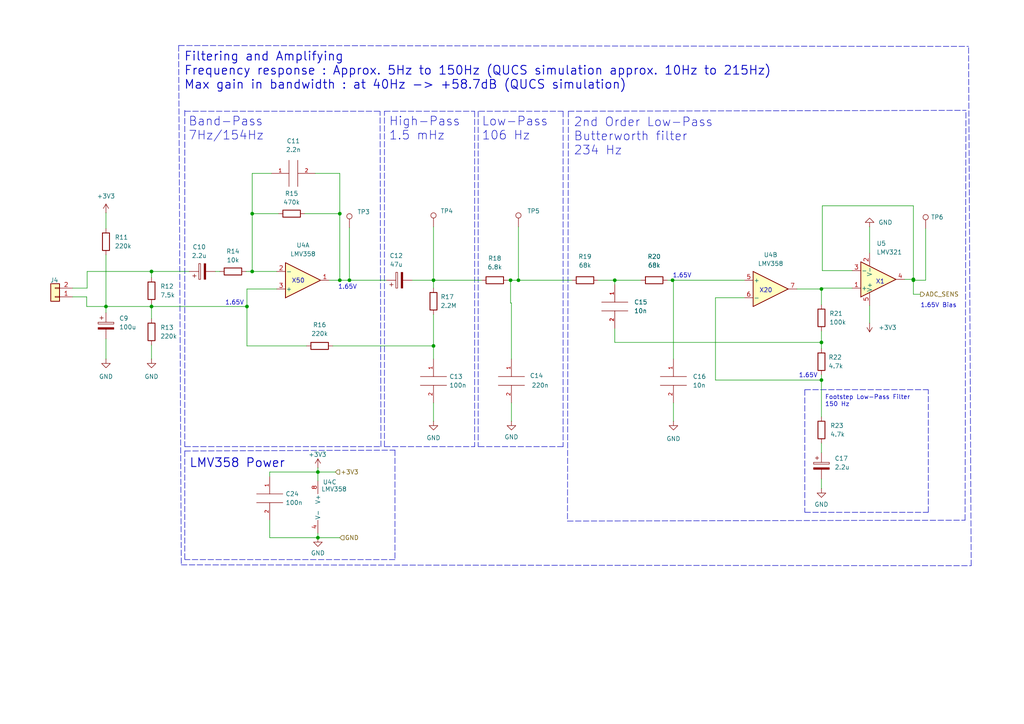
<source format=kicad_sch>
(kicad_sch (version 20231120) (generator "eeschema") (generator_version "8.0")
  (paper "A4")
  (title_block (title "Ampliflying and Filtering") (date "2025-02-24") (rev "v0.2") (company "CITI Lab") (comment 1 "Sastress Project") (comment 2 "Regis Rousseau"))
  (lib_symbols
    (symbol "Amplifier_Operational:LMV321" (pin_names (offset 0.127))
      (property "Reference" "U" (at 0 5.08 0))
      (property "Value" "LMV321" (at 0 -5.08 0))
      (symbol "LMV321_0_1"
        (polyline (pts (xy -5.08 5.08) (xy 5.08 0) (xy -5.08 -5.08) (xy -5.08 5.08)) (stroke (width 0.254)) (fill (type background)))
        (pin power_in line (at -2.54 -7.62 90) (length 3.81) (name "V-") (number "2"))
        (pin power_in line (at -2.54 7.62 270) (length 3.81) (name "V+") (number "5"))
      )
      (symbol "LMV321_1_1"
        (pin input line (at -7.62 2.54 0) (length 2.54) (name "+") (number "1"))
        (pin input line (at -7.62 -2.54 0) (length 2.54) (name "-") (number "3"))
        (pin output line (at 7.62 0 180) (length 2.54) (name "~") (number "4"))
      )
    )
    (symbol "Amplifier_Operational:LMV358" (pin_names (offset 0.127))
      (property "Reference" "U" (at 0 5.08 0))
      (property "Value" "LMV358" (at 0 -5.08 0))
      (symbol "LMV358_1_1"
        (polyline (pts (xy -5.08 5.08) (xy 5.08 0) (xy -5.08 -5.08) (xy -5.08 5.08)) (stroke (width 0.254)) (fill (type background)))
        (pin output line (at 7.62 0 180) (length 2.54) (name "~") (number "1"))
        (pin input line (at -7.62 -2.54 0) (length 2.54) (name "-") (number "2"))
        (pin input line (at -7.62 2.54 0) (length 2.54) (name "+") (number "3"))
      )
      (symbol "LMV358_2_1"
        (polyline (pts (xy -5.08 5.08) (xy 5.08 0) (xy -5.08 -5.08) (xy -5.08 5.08)) (stroke (width 0.254)) (fill (type background)))
        (pin input line (at -7.62 2.54 0) (length 2.54) (name "+") (number "5"))
        (pin input line (at -7.62 -2.54 0) (length 2.54) (name "-") (number "6"))
        (pin output line (at 7.62 0 180) (length 2.54) (name "~") (number "7"))
      )
      (symbol "LMV358_3_1"
        (pin power_in line (at -2.54 -7.62 90) (length 3.81) (name "V-") (number "4"))
        (pin power_in line (at -2.54 7.62 270) (length 3.81) (name "V+") (number "8"))
      )
    )
    (symbol "Connector:TestPoint" (pin_numbers hide) (pin_names (offset 0.762) hide)
      (property "Reference" "TP" (at 0 6.858 0))
      (property "Value" "TestPoint" (at 0 5.08 0))
      (symbol "TestPoint_0_1"
        (circle (center 0 3.302) (radius 0.762))
      )
      (symbol "TestPoint_1_1"
        (pin passive line (at 0 0 90) (length 2.54) (name "1") (number "1"))
      )
    )
    (symbol "Connector_Generic:Conn_01x02" (pin_names (offset 1.016) hide)
      (property "Reference" "J" (at 0 2.54 0))
      (property "Value" "Conn_01x02" (at 0 -5.08 0))
      (symbol "Conn_01x02_1_1"
        (rectangle (start -1.27 -2.413) (end 0 -2.667) (stroke (width 0.1524)))
        (rectangle (start -1.27 0.127) (end 0 -0.127) (stroke (width 0.1524)))
        (rectangle (start -1.27 1.27) (end 1.27 -3.81) (stroke (width 0.254)) (fill (type background)))
        (pin passive line (at -5.08 0 0) (length 3.81) (name "Pin_1") (number "1"))
        (pin passive line (at -5.08 -2.54 0) (length 3.81) (name "Pin_2") (number "2"))
      )
    )
    (symbol "Device:C_Polarized" (pin_numbers hide) (pin_names (offset 0.254))
      (property "Reference" "C" (at 0.635 2.54 0))
      (property "Value" "C_Polarized" (at 0.635 -2.54 0))
      (symbol "C_Polarized_0_1"
        (rectangle (start -2.286 0.508) (end 2.286 1.016))
        (polyline (pts (xy -1.778 2.286) (xy -0.762 2.286)))
        (polyline (pts (xy -1.27 2.794) (xy -1.27 1.778)))
        (rectangle (start 2.286 -0.508) (end -2.286 -1.016) (fill (type outline)))
      )
      (symbol "C_Polarized_1_1"
        (pin passive line (at 0 3.81 270) (length 2.794) (name "~") (number "1"))
        (pin passive line (at 0 -3.81 90) (length 2.794) (name "~") (number "2"))
      )
    )
    (symbol "Device:R" (pin_numbers hide) (pin_names (offset 0))
      (property "Reference" "R" (at 2.032 0 90))
      (property "Value" "R" (at 0 0 90))
      (symbol "R_0_1"
        (rectangle (start -1.016 -2.54) (end 1.016 2.54) (stroke (width 0.254)))
      )
      (symbol "R_1_1"
        (pin passive line (at 0 3.81 270) (length 1.27) (name "~") (number "1"))
        (pin passive line (at 0 -3.81 90) (length 1.27) (name "~") (number "2"))
      )
    )
    (symbol "power:+3V3" (power) (pin_numbers hide) (pin_names (offset 0) hide)
      (property "Value" "+3V3" (at 0 3.556 0))
      (symbol "+3V3_0_1"
        (polyline (pts (xy -0.762 1.27) (xy 0 2.54)))
        (polyline (pts (xy 0 0) (xy 0 2.54)))
        (polyline (pts (xy 0 2.54) (xy 0.762 1.27)))
      )
      (symbol "+3V3_1_1"
        (pin power_in line (at 0 0 90) (length 0) (name "~") (number "1"))
      )
    )
    (symbol "power:GND" (power) (pin_numbers hide) (pin_names (offset 0) hide)
      (property "Value" "GND" (at 0 -3.81 0))
      (symbol "GND_0_1"
        (polyline (pts (xy 0 0) (xy 0 -1.27) (xy 1.27 -1.27) (xy 0 -2.54) (xy -1.27 -1.27) (xy 0 -1.27)))
      )
      (symbol "GND_1_1"
        (pin power_in line (at 0 0 270) (length 0) (name "~") (number "1"))
      )
    )
    (symbol "pspice:CAP" (pin_names (offset 0.254))
      (property "Reference" "C" (at 2.54 3.81 90))
      (property "Value" "CAP" (at 2.54 -3.81 90))
      (symbol "CAP_0_1"
        (polyline (pts (xy -3.81 -1.27) (xy 3.81 -1.27)))
        (polyline (pts (xy -3.81 1.27) (xy 3.81 1.27)))
      )
      (symbol "CAP_1_1"
        (pin passive line (at 0 6.35 270) (length 5.08) (name "~") (number "1"))
        (pin passive line (at 0 -6.35 90) (length 5.08) (name "~") (number "2"))
      )
    )
  )
  (junction (at 98.552 81.28))
  (junction (at 125.73 100.33))
  (junction (at 238.252 83.82))
  (junction (at 98.552 61.976))
  (junction (at 195.072 81.28))
  (junction (at 71.628 88.9))
  (junction (at 92.202 155.956))
  (junction (at 73.152 78.74))
  (junction (at 264.922 81.026))
  (junction (at 150.368 81.28))
  (junction (at 43.942 88.9))
  (junction (at 43.942 78.74))
  (junction (at 264.922 81.28))
  (junction (at 73.152 61.976))
  (junction (at 30.734 88.9))
  (junction (at 101.346 81.28))
  (junction (at 238.252 110.236))
  (junction (at 178.308 81.28))
  (junction (at 148.082 81.28))
  (junction (at 238.252 99.314))
  (junction (at 125.73 81.28))
  (junction (at 92.202 136.906))
  (wire (pts (xy 195.072 81.28) (xy 215.9 81.28)))
  (wire (pts (xy 266.954 85.344) (xy 264.922 85.344)))
  (wire (pts (xy 25.273 78.74) (xy 43.942 78.74)))
  (polyline (pts (xy 233.426 113.03) (xy 269.24 113.03)) (stroke (width 0) (type dash)))
  (wire (pts (xy 98.552 50.292) (xy 98.552 61.976)))
  (wire (pts (xy 43.942 78.74) (xy 54.864 78.74)))
  (wire (pts (xy 30.734 98.298) (xy 30.734 104.14)))
  (wire (pts (xy 207.518 110.236) (xy 207.518 86.36)))
  (wire (pts (xy 195.072 81.026) (xy 195.072 81.28)))
  (wire (pts (xy 264.922 85.344) (xy 264.922 81.28)))
  (polyline (pts (xy 111.506 32.258) (xy 137.668 32.258)) (stroke (width 0) (type dash)))
  (wire (pts (xy 98.552 81.28) (xy 101.346 81.28)))
  (wire (pts (xy 30.734 73.914) (xy 30.734 88.9)))
  (wire (pts (xy 125.73 100.33) (xy 125.73 104.14)))
  (wire (pts (xy 25.146 88.9) (xy 30.734 88.9)))
  (wire (pts (xy 231.14 83.82) (xy 238.252 83.82)))
  (wire (pts (xy 268.478 66.294) (xy 268.478 81.28)))
  (wire (pts (xy 148.082 81.28) (xy 150.368 81.28)))
  (wire (pts (xy 73.152 78.74) (xy 80.264 78.74)))
  (wire (pts (xy 43.942 88.9) (xy 71.628 88.9)))
  (wire (pts (xy 238.252 108.712) (xy 238.252 110.236)))
  (polyline (pts (xy 53.594 130.81) (xy 114.554 130.556)) (stroke (width 0) (type dash)))
  (wire (pts (xy 30.734 90.678) (xy 30.734 88.9)))
  (wire (pts (xy 195.326 104.14) (xy 195.326 81.026)))
  (wire (pts (xy 178.308 99.314) (xy 238.252 99.314)))
  (wire (pts (xy 43.942 88.138) (xy 43.942 88.9)))
  (wire (pts (xy 178.308 81.28) (xy 185.928 81.28)))
  (wire (pts (xy 91.44 50.292) (xy 98.552 50.292)))
  (polyline (pts (xy 114.554 130.556) (xy 114.554 162.306)) (stroke (width 0) (type dash)))
  (wire (pts (xy 25.146 86.106) (xy 25.146 88.9)))
  (wire (pts (xy 148.336 116.84) (xy 148.336 122.174)))
  (polyline (pts (xy 53.594 32.258) (xy 110.236 32.258)) (stroke (width 0) (type dash)))
  (wire (pts (xy 101.346 81.28) (xy 112.014 81.28)))
  (wire (pts (xy 78.232 155.956) (xy 92.202 155.956)))
  (wire (pts (xy 238.252 138.938) (xy 238.252 141.732)))
  (polyline (pts (xy 233.426 148.59) (xy 269.24 148.59)) (stroke (width 0) (type dash)))
  (wire (pts (xy 195.326 116.84) (xy 195.326 122.174)))
  (wire (pts (xy 78.232 136.906) (xy 92.202 136.906)))
  (wire (pts (xy 238.252 99.314) (xy 238.252 101.092)))
  (wire (pts (xy 238.252 83.566) (xy 247.142 83.566)))
  (wire (pts (xy 71.628 88.9) (xy 71.628 100.33)))
  (wire (pts (xy 92.202 154.686) (xy 92.202 155.956)))
  (wire (pts (xy 264.922 59.69) (xy 264.922 81.026)))
  (wire (pts (xy 78.74 50.292) (xy 73.152 50.292)))
  (wire (pts (xy 150.368 65.786) (xy 150.368 81.28)))
  (wire (pts (xy 148.336 87.884) (xy 148.336 104.14)))
  (wire (pts (xy 238.252 110.236) (xy 238.252 120.904)))
  (wire (pts (xy 238.506 78.486) (xy 238.506 59.69)))
  (polyline (pts (xy 114.554 162.306) (xy 53.594 162.306)) (stroke (width 0) (type dash)))
  (wire (pts (xy 71.628 83.82) (xy 71.628 88.9)))
  (wire (pts (xy 147.32 81.28) (xy 148.082 81.28)))
  (polyline (pts (xy 138.938 32.258) (xy 163.322 32.258)) (stroke (width 0) (type dash)))
  (polyline (pts (xy 111.506 129.54) (xy 137.668 129.54)) (stroke (width 0) (type dash)))
  (wire (pts (xy 264.922 81.026) (xy 264.922 81.28)))
  (wire (pts (xy 95.504 81.28) (xy 98.552 81.28)))
  (wire (pts (xy 62.484 78.74) (xy 63.754 78.74)))
  (wire (pts (xy 101.346 66.04) (xy 101.346 81.28)))
  (polyline (pts (xy 281.686 164.084) (xy 280.924 13.462)) (stroke (width 0) (type dash)))
  (polyline (pts (xy 233.426 113.03) (xy 233.426 148.59)) (stroke (width 0) (type dash)))
  (wire (pts (xy 73.152 61.976) (xy 80.772 61.976)))
  (wire (pts (xy 178.308 81.28) (xy 173.482 81.28)))
  (wire (pts (xy 148.336 87.884) (xy 148.082 87.884)))
  (wire (pts (xy 247.142 78.486) (xy 238.506 78.486)))
  (polyline (pts (xy 163.322 32.258) (xy 163.322 129.54)) (stroke (width 0) (type dash)))
  (wire (pts (xy 30.734 61.722) (xy 30.734 66.294)))
  (wire (pts (xy 252.222 88.646) (xy 252.222 93.726)))
  (wire (pts (xy 92.202 136.906) (xy 92.202 139.446)))
  (wire (pts (xy 43.942 100.076) (xy 43.942 104.14)))
  (wire (pts (xy 125.73 81.28) (xy 139.7 81.28)))
  (polyline (pts (xy 164.846 32.258) (xy 164.592 151.13)) (stroke (width 0) (type dash)))
  (wire (pts (xy 30.734 88.9) (xy 43.942 88.9)))
  (polyline (pts (xy 163.322 129.54) (xy 138.684 129.54)) (stroke (width 0) (type dash)))
  (polyline (pts (xy 137.668 32.258) (xy 137.668 129.54)) (stroke (width 0) (type dash)))
  (polyline (pts (xy 53.594 129.54) (xy 110.49 129.54)) (stroke (width 0) (type dash)))
  (polyline (pts (xy 51.816 13.208) (xy 280.924 13.462)) (stroke (width 0) (type dash)))
  (polyline (pts (xy 53.594 32.004) (xy 53.594 129.54)) (stroke (width 0) (type dash)))
  (wire (pts (xy 21.082 83.566) (xy 25.273 83.566)))
  (wire (pts (xy 25.273 83.566) (xy 25.273 78.74)))
  (wire (pts (xy 96.52 100.33) (xy 125.73 100.33)))
  (wire (pts (xy 92.202 155.956) (xy 98.552 155.956)))
  (wire (pts (xy 125.73 91.186) (xy 125.73 100.33)))
  (polyline (pts (xy 164.846 32.258) (xy 280.162 32.004)) (stroke (width 0) (type dash)))
  (wire (pts (xy 71.628 83.82) (xy 80.264 83.82)))
  (wire (pts (xy 238.506 59.69) (xy 264.922 59.69)))
  (wire (pts (xy 125.73 116.84) (xy 125.73 122.174)))
  (polyline (pts (xy 52.578 163.83) (xy 281.686 164.084)) (stroke (width 0) (type dash)))
  (wire (pts (xy 238.252 83.566) (xy 238.252 83.82)))
  (wire (pts (xy 207.518 86.36) (xy 215.9 86.36)))
  (polyline (pts (xy 269.24 148.59) (xy 269.24 113.03)) (stroke (width 0) (type dash)))
  (polyline (pts (xy 279.908 150.876) (xy 280.162 32.004)) (stroke (width 0) (type dash)))
  (wire (pts (xy 252.222 65.786) (xy 252.222 73.406)))
  (wire (pts (xy 92.202 136.906) (xy 97.282 136.906)))
  (wire (pts (xy 43.942 88.9) (xy 43.942 92.456)))
  (polyline (pts (xy 111.506 129.54) (xy 111.506 32.258)) (stroke (width 0) (type dash)))
  (wire (pts (xy 88.392 61.976) (xy 98.552 61.976)))
  (wire (pts (xy 238.252 96.012) (xy 238.252 99.314)))
  (polyline (pts (xy 110.49 129.54) (xy 110.236 32.258)) (stroke (width 0) (type dash)))
  (wire (pts (xy 238.252 128.524) (xy 238.252 131.318)))
  (wire (pts (xy 178.308 82.55) (xy 178.308 81.28)))
  (polyline (pts (xy 53.594 130.81) (xy 53.594 162.306)) (stroke (width 0) (type dash)))
  (polyline (pts (xy 138.684 32.258) (xy 138.684 129.54)) (stroke (width 0) (type dash)))
  (wire (pts (xy 78.232 136.906) (xy 78.232 138.176)))
  (wire (pts (xy 71.374 78.74) (xy 73.152 78.74)))
  (wire (pts (xy 125.73 65.786) (xy 125.73 81.28)))
  (wire (pts (xy 98.552 61.976) (xy 98.552 81.28)))
  (wire (pts (xy 92.202 135.636) (xy 92.202 136.906)))
  (wire (pts (xy 21.082 86.106) (xy 25.146 86.106)))
  (wire (pts (xy 264.922 81.28) (xy 268.478 81.28)))
  (wire (pts (xy 148.082 87.884) (xy 148.082 81.28)))
  (wire (pts (xy 238.252 88.392) (xy 238.252 83.82)))
  (wire (pts (xy 195.326 81.026) (xy 195.072 81.026)))
  (wire (pts (xy 119.634 81.28) (xy 125.73 81.28)))
  (wire (pts (xy 73.152 61.976) (xy 73.152 78.74)))
  (wire (pts (xy 262.382 81.026) (xy 264.922 81.026)))
  (wire (pts (xy 207.518 110.236) (xy 238.252 110.236)))
  (polyline (pts (xy 51.816 13.208) (xy 52.578 163.83)) (stroke (width 0) (type dash)))
  (wire (pts (xy 78.232 150.876) (xy 78.232 155.956)))
  (polyline (pts (xy 164.592 151.13) (xy 279.908 150.876)) (stroke (width 0) (type dash)))
  (wire (pts (xy 178.308 95.25) (xy 178.308 99.314)))
  (wire (pts (xy 125.73 81.28) (xy 125.73 83.566)))
  (wire (pts (xy 71.628 100.33) (xy 88.9 100.33)))
  (wire (pts (xy 193.548 81.28) (xy 195.072 81.28)))
  (wire (pts (xy 150.368 81.28) (xy 165.862 81.28)))
  (wire (pts (xy 43.942 78.74) (xy 43.942 80.518)))
  (wire (pts (xy 73.152 50.292) (xy 73.152 61.976)))
  (text "High-Pass\n1.5 mHz" (at 112.776 40.894 0) (effects (font (size 2.54 2.54)) (justify left bottom)))
  (text "1.65V" (at 65.278 88.646 0) (effects (font (size 1.27 1.27)) (justify left bottom)))
  (text "LMV358 Power" (at 54.864 135.89 0) (effects (font (size 2.54 2.54) (thickness 0.254) (bold yes)) (justify left bottom)))
  (text "X20" (at 220.218 85.09 0) (effects (font (size 1.27 1.27)) (justify left bottom)))
  (text "1.65V" (at 195.072 80.772 0) (effects (font (size 1.27 1.27)) (justify left bottom)))
  (text "2nd Order Low-Pass\nButterworth filter\n234 Hz" (at 166.37 45.212 0) (effects (font (size 2.54 2.54)) (justify left bottom)))
  (text "1.65V Bias" (at 266.954 89.408 0) (effects (font (size 1.27 1.27)) (justify left bottom)))
  (text "Low-Pass\n106 Hz" (at 139.7 40.894 0) (effects (font (size 2.54 2.54)) (justify left bottom)))
  (text "Filtering and Amplifying\nFrequency response : Approx. 5Hz to 150Hz (QUCS simulation approx. 10Hz to 215Hz)\nMax gain in bandwidth : at 40Hz -> +58.7dB (QUCS simulation)" (at 53.34 26.162 0) (effects (font (size 2.54 2.54) (thickness 0.254) (bold yes)) (justify left bottom)))
  (text "Footstep Low-Pass Filter\n150 Hz" (at 239.268 118.11 0) (effects (font (size 1.27 1.27)) (justify left bottom)))
  (text "X50" (at 84.582 82.296 0) (effects (font (size 1.27 1.27)) (justify left bottom)))
  (text "X1" (at 254 82.55 0) (effects (font (size 1.27 1.27)) (justify left bottom)))
  (text "Band-Pass\n7Hz/154Hz" (at 54.61 40.894 0) (effects (font (size 2.54 2.54)) (justify left bottom)))
  (text "1.65V" (at 231.648 109.728 0) (effects (font (size 1.27 1.27)) (justify left bottom)))
  (text "1.65V" (at 98.044 84.074 0) (effects (font (size 1.27 1.27)) (justify left bottom)))
  (hierarchical_label "+3V3" (shape input) (at 97.282 136.906 0))
  (hierarchical_label "ADC_SENS" (shape output) (at 266.954 85.344 0))
  (hierarchical_label "GND" (shape input) (at 98.552 155.956 0))
  (symbol (lib_id "Device:R") (at 67.564 78.74 90) (unit 1)
    (property "Reference" "R14" (at 67.564 72.898 90))
    (property "Value" "10k" (at 67.564 75.438 90))
    (property "Footprint" "Resistor_SMD:R_0603_1608Metric" (effects (hide yes)))
    (property "MPN" "RC0603FR-0710KL" (effects (hide yes)))
    (property "Manufacturer" "Yageo" (effects (hide yes)))
  )
  (symbol (lib_id "power:GND") (at 195.326 122.174 0) (unit 1)
    (property "Reference" "#PWR044" (effects (hide yes)))
    (property "Value" "GND" (at 195.326 127.254 0))
    (property "Description" "Power symbol creates a global label with name \"GND\" , ground" (effects (hide yes)))
  )
  (symbol (lib_id "pspice:CAP") (at 78.232 144.526 0) (unit 1)
    (property "Reference" "C24" (at 82.804 143.2559 0) (effects (justify left)))
    (property "Value" "100n" (at 82.804 145.7959 0) (effects (justify left)))
    (property "Footprint" "Capacitor_SMD:C_0603_1608Metric" (effects (hide yes)))
    (property "MPN" "GCM188R71H104JA57D" (effects (hide yes)))
    (property "Manufacturer" "Murata Electronics" (effects (hide yes)))
  )
  (symbol (lib_id "power:GND") (at 30.734 104.14 0) (unit 1)
    (property "Reference" "#PWR038" (effects (hide yes)))
    (property "Value" "GND" (at 30.734 109.22 0))
    (property "Description" "Power symbol creates a global label with name \"GND\" , ground" (effects (hide yes)))
  )
  (symbol (lib_id "Device:C_Polarized") (at 58.674 78.74 90) (unit 1)
    (property "Reference" "C10" (at 57.785 71.628 90))
    (property "Value" "2.2u" (at 57.785 74.168 90))
    (property "Footprint" "Capacitor_SMD:C_0603_1608Metric" (effects (hide yes)))
    (property "MPN" "GRM188R61E225KA12D" (effects (hide yes)))
    (property "Manufacturer" "Murata Electronics" (effects (hide yes)))
  )
  (symbol (lib_id "Device:R") (at 238.252 92.202 0) (unit 1)
    (property "Reference" "R21" (at 240.538 90.9319 0) (effects (justify left)))
    (property "Value" "100k" (at 240.538 93.4719 0) (effects (justify left)))
    (property "Footprint" "Resistor_SMD:R_0603_1608Metric" (effects (hide yes)))
    (property "MPN" "RC0603FR-07100KL" (effects (hide yes)))
    (property "Manufacturer" "Yageo" (effects (hide yes)))
  )
  (symbol (lib_id "Device:R") (at 30.734 70.104 0) (unit 1)
    (property "Reference" "R11" (at 33.274 68.8339 0) (effects (justify left)))
    (property "Value" "220k" (at 33.274 71.3739 0) (effects (justify left)))
    (property "Footprint" "Resistor_SMD:R_0603_1608Metric" (effects (hide yes)))
    (property "MPN" "RC0603FR-07220KL" (effects (hide yes)))
    (property "Manufacturer" "Yageo" (effects (hide yes)))
  )
  (symbol (lib_id "pspice:CAP") (at 85.09 50.292 90) (unit 1)
    (property "Reference" "C11" (at 85.09 40.894 90))
    (property "Value" "2.2n" (at 85.09 43.434 90))
    (property "Footprint" "Capacitor_SMD:C_0603_1608Metric" (effects (hide yes)))
    (property "MPN" "GRM1885C1H222FA01D" (effects (hide yes)))
    (property "Manufacturer" "Murata Electronics" (effects (hide yes)))
  )
  (symbol (lib_id "Connector:TestPoint") (at 125.73 65.786 0) (unit 1)
    (property "Reference" "TP4" (at 127.762 61.2139 0) (effects (justify left)))
    (property "Value" "TestPoint" (effects (hide yes)))
    (property "Footprint" "TestPoint:TestPoint_THTPad_D1.5mm_Drill0.7mm" (effects (hide yes)))
    (property "Description" "test point" (effects (hide yes)))
  )
  (symbol (lib_id "power:+3V3") (at 30.734 61.722 0) (unit 1)
    (property "Reference" "#PWR037" (effects (hide yes)))
    (property "Value" "+3V3" (at 30.734 56.896 0))
    (property "Description" "Power symbol creates a global label with name \"+3V3\"" (effects (hide yes)))
  )
  (symbol (lib_id "Connector:TestPoint") (at 150.368 65.786 0) (unit 1)
    (property "Reference" "TP5" (at 152.908 61.2139 0) (effects (justify left)))
    (property "Value" "TestPoint" (effects (hide yes)))
    (property "Footprint" "TestPoint:TestPoint_THTPad_D1.5mm_Drill0.7mm" (effects (hide yes)))
    (property "Description" "test point" (effects (hide yes)))
  )
  (symbol (lib_id "power:GND") (at 43.942 104.14 0) (unit 1)
    (property "Reference" "#PWR039" (effects (hide yes)))
    (property "Value" "GND" (at 43.942 109.22 0))
    (property "Description" "Power symbol creates a global label with name \"GND\" , ground" (effects (hide yes)))
  )
  (symbol (lib_id "Amplifier_Operational:LMV358") (at 94.742 147.066 0) (unit 3)
    (property "Reference" "U4" (at 95.631 139.827 0))
    (property "Value" "LMV358" (at 96.901 141.859 0))
    (property "Footprint" "Package_SO:SOIC-8_3.9x4.9mm_P1.27mm" (effects (hide yes)))
    (property "MPN" "LMV358IDRG4" (effects (hide yes)))
    (property "Manufacturer" "Texas Instrument" (effects (hide yes)))
  )
  (symbol (lib_id "Device:R") (at 43.942 84.328 0) (unit 1)
    (property "Reference" "R12" (at 46.482 83.0579 0) (effects (justify left)))
    (property "Value" "7.5k" (at 46.482 85.5979 0) (effects (justify left)))
    (property "Footprint" "Resistor_SMD:R_0603_1608Metric" (effects (hide yes)))
    (property "MPN" "RC0603FR-077K5L" (effects (hide yes)))
    (property "Manufacturer" "Yageo" (effects (hide yes)))
  )
  (symbol (lib_id "Device:C_Polarized") (at 238.252 135.128 0) (unit 1)
    (property "Reference" "C17" (at 242.062 132.9689 0) (effects (justify left)))
    (property "Value" "2.2u" (at 242.062 135.5089 0) (effects (justify left)))
    (property "Footprint" "Capacitor_SMD:C_0603_1608Metric" (effects (hide yes)))
    (property "MPN" "GRM188R61E225KA12D" (effects (hide yes)))
    (property "Manufacturer" "Murata Electronics" (effects (hide yes)))
  )
  (symbol (lib_id "Device:R") (at 238.252 104.902 0) (unit 1)
    (property "Reference" "R22" (at 240.284 103.6319 0) (effects (justify left)))
    (property "Value" "4.7k" (at 240.284 106.1719 0) (effects (justify left)))
    (property "Footprint" "Resistor_SMD:R_0603_1608Metric" (effects (hide yes)))
    (property "MPN" "RC0603FR-074K7L" (effects (hide yes)))
    (property "Manufacturer" "Yageo" (effects (hide yes)))
  )
  (symbol (lib_id "Device:R") (at 125.73 87.376 0) (unit 1)
    (property "Reference" "R17" (at 127.762 86.1059 0) (effects (justify left)))
    (property "Value" "2.2M" (at 127.762 88.6459 0) (effects (justify left)))
    (property "Footprint" "Resistor_SMD:R_0603_1608Metric" (effects (hide yes)))
    (property "MPN" "RC0603FR-072M2L" (effects (hide yes)))
    (property "Manufacturer" "Yageo" (effects (hide yes)))
  )
  (symbol (lib_id "Device:R") (at 84.582 61.976 90) (unit 1)
    (property "Reference" "R15" (at 84.582 56.134 90))
    (property "Value" "470k" (at 84.582 58.674 90))
    (property "Footprint" "Resistor_SMD:R_0603_1608Metric" (effects (hide yes)))
    (property "MPN" "RC0603FR-07470KL" (effects (hide yes)))
    (property "Manufacturer" "Yageo" (effects (hide yes)))
  )
  (symbol (lib_id "Device:C_Polarized") (at 30.734 94.488 0) (unit 1)
    (property "Reference" "C9" (at 34.544 92.3289 0) (effects (justify left)))
    (property "Value" "100u" (at 34.544 94.8689 0) (effects (justify left)))
    (property "Footprint" "Capacitor_SMD:C_1206_3216Metric" (effects (hide yes)))
    (property "MPN" "GRM31CR60J107KEA8L" (effects (hide yes)))
    (property "Manufacturer" "Murata Electronics" (effects (hide yes)))
  )
  (symbol (lib_id "Device:R") (at 43.942 96.266 0) (unit 1)
    (property "Reference" "R13" (at 46.482 94.9959 0) (effects (justify left)))
    (property "Value" "220k" (at 46.482 97.5359 0) (effects (justify left)))
    (property "Footprint" "Resistor_SMD:R_0603_1608Metric" (effects (hide yes)))
    (property "MPN" "RC0603FR-07220KL" (effects (hide yes)))
    (property "Manufacturer" "Yageo" (effects (hide yes)))
  )
  (symbol (lib_id "Device:R") (at 143.51 81.28 270) (unit 1)
    (property "Reference" "R18" (at 143.51 74.93 90))
    (property "Value" "6.8k" (at 143.51 77.47 90))
    (property "Footprint" "Resistor_SMD:R_0603_1608Metric" (effects (hide yes)))
    (property "MPN" "RC0603FR-076K8L" (effects (hide yes)))
    (property "Manufacturer" "Yageo" (effects (hide yes)))
  )
  (symbol (lib_id "Amplifier_Operational:LMV321") (at 254.762 81.026 0) (mirror x) (unit 1)
    (property "Reference" "U5" (at 254.2414 70.612 0) (effects (justify left)))
    (property "Value" "LMV321" (at 254.2414 73.152 0) (effects (justify left)))
    (property "Footprint" "Package_TO_SOT_SMD:SOT-23-5" (effects (hide yes)))
    (property "MPN" "LMV321IDBVR" (effects (hide yes)))
    (property "Manufacturer" "Texas Instrument" (effects (hide yes)))
  )
  (symbol (lib_id "Connector_Generic:Conn_01x02") (at 16.002 86.106 180) (unit 1)
    (property "Reference" "J4" (at 15.748 81.28 0))
    (property "Value" "Conn_01x02" (effects (hide yes)))
    (property "Footprint" "Connector_JST:JST_PH_S2B-PH-SM4-TB_1x02-1MP_P2.00mm_Horizontal" (effects (hide yes)))
    (property "MPN" "S2B-PH-SM4-TB" (effects (hide yes)))
    (property "Manufacturer" "JST Sales America Inc" (effects (hide yes)))
  )
  (symbol (lib_id "power:GND") (at 92.202 155.956 0) (unit 1)
    (property "Reference" "#PWR040" (effects (hide yes)))
    (property "Value" "GND" (at 92.202 160.401 0))
    (property "Description" "Power symbol creates a global label with name \"GND\" , ground" (effects (hide yes)))
  )
  (symbol (lib_id "pspice:CAP") (at 178.308 88.9 0) (unit 1)
    (property "Reference" "C15" (at 183.896 87.6299 0) (effects (justify left)))
    (property "Value" "10n" (at 183.896 90.1699 0) (effects (justify left)))
    (property "Footprint" "Capacitor_SMD:C_0603_1608Metric" (effects (hide yes)))
    (property "MPN" "GRM1885C1H103JA01D" (effects (hide yes)))
    (property "Manufacturer" "Murata Electronics" (effects (hide yes)))
  )
  (symbol (lib_id "Connector:TestPoint") (at 268.478 66.294 0) (unit 1)
    (property "Reference" "TP6" (at 270.002 62.9919 0) (effects (justify left)))
    (property "Value" "TestPoint" (effects (hide yes)))
    (property "Footprint" "TestPoint:TestPoint_THTPad_D1.5mm_Drill0.7mm" (effects (hide yes)))
    (property "Description" "test point" (effects (hide yes)))
  )
  (symbol (lib_id "Device:C_Polarized") (at 115.824 81.28 90) (unit 1)
    (property "Reference" "C12" (at 114.935 74.168 90))
    (property "Value" "47u" (at 114.935 76.708 90))
    (property "Footprint" "Capacitor_SMD:C_1206_3216Metric" (effects (hide yes)))
    (property "MPN" "GRM31CR61A476KE15L" (effects (hide yes)))
    (property "Manufacturer" "Murata Electronics" (effects (hide yes)))
  )
  (symbol (lib_id "pspice:CAP") (at 125.73 110.49 0) (unit 1)
    (property "Reference" "C13" (at 130.302 109.2199 0) (effects (justify left)))
    (property "Value" "100n" (at 130.302 111.7599 0) (effects (justify left)))
    (property "Footprint" "Capacitor_SMD:C_0603_1608Metric" (effects (hide yes)))
    (property "MPN" "GCM188R71H104JA57D" (effects (hide yes)))
    (property "Manufacturer" "Murata Electronics" (effects (hide yes)))
  )
  (symbol (lib_id "power:GND") (at 148.336 122.174 0) (unit 1)
    (property "Reference" "#PWR043" (effects (hide yes)))
    (property "Value" "GND" (at 148.336 126.746 0))
    (property "Description" "Power symbol creates a global label with name \"GND\" , ground" (effects (hide yes)))
  )
  (symbol (lib_id "Device:R") (at 92.71 100.33 270) (unit 1)
    (property "Reference" "R16" (at 92.71 94.234 90))
    (property "Value" "220k" (at 92.71 96.774 90))
    (property "Footprint" "Resistor_SMD:R_0603_1608Metric" (effects (hide yes)))
    (property "MPN" "RC0603FR-07220KL" (effects (hide yes)))
    (property "Manufacturer" "Yageo" (effects (hide yes)))
  )
  (symbol (lib_id "Device:R") (at 238.252 124.714 0) (unit 1)
    (property "Reference" "R23" (at 240.792 123.4439 0) (effects (justify left)))
    (property "Value" "4.7k" (at 240.792 125.9839 0) (effects (justify left)))
    (property "Footprint" "Resistor_SMD:R_0603_1608Metric" (effects (hide yes)))
    (property "MPN" "RC0603FR-074K7L" (effects (hide yes)))
    (property "Manufacturer" "Yageo" (effects (hide yes)))
  )
  (symbol (lib_id "power:+3V3") (at 252.222 93.726 180) (unit 1)
    (property "Reference" "#PWR046" (effects (hide yes)))
    (property "Value" "+3V3" (at 254.762 94.9959 0) (effects (justify right)))
    (property "Description" "Power symbol creates a global label with name \"+3V3\"" (effects (hide yes)))
  )
  (symbol (lib_id "Device:R") (at 169.672 81.28 270) (unit 1)
    (property "Reference" "R19" (at 169.672 74.422 90))
    (property "Value" "68k" (at 169.672 76.962 90))
    (property "Footprint" "Resistor_SMD:R_0603_1608Metric" (effects (hide yes)))
    (property "MPN" "RC0603FR-076K8L" (effects (hide yes)))
    (property "Manufacturer" "Yageo" (effects (hide yes)))
  )
  (symbol (lib_id "Amplifier_Operational:LMV358") (at 223.52 83.82 0) (unit 2)
    (property "Reference" "U4" (at 223.52 73.914 0))
    (property "Value" "LMV358" (at 223.52 76.454 0))
    (property "Footprint" "Package_SO:SOIC-8_3.9x4.9mm_P1.27mm" (effects (hide yes)))
    (property "MPN" "LMV358IDRG4" (effects (hide yes)))
    (property "Manufacturer" "Texas Instrument" (effects (hide yes)))
  )
  (symbol (lib_id "Amplifier_Operational:LMV358") (at 87.884 81.28 0) (mirror x) (unit 1)
    (property "Reference" "U4" (at 87.884 71.12 0))
    (property "Value" "LMV358" (at 87.884 73.66 0))
    (property "Footprint" "Package_SO:SOIC-8_3.9x4.9mm_P1.27mm" (effects (hide yes)))
    (property "MPN" "LMV358IDRG4" (effects (hide yes)))
    (property "Manufacturer" "Texas Instrument" (effects (hide yes)))
  )
  (symbol (lib_id "power:+3V3") (at 92.202 135.636 0) (unit 1)
    (property "Reference" "#PWR073" (effects (hide yes)))
    (property "Value" "+3V3" (at 92.075 131.826 0))
    (property "Description" "Power symbol creates a global label with name \"+3V3\"" (effects (hide yes)))
  )
  (symbol (lib_id "power:GND") (at 238.252 141.732 0) (unit 1)
    (property "Reference" "#PWR045" (effects (hide yes)))
    (property "Value" "GND" (at 238.252 146.304 0))
    (property "Description" "Power symbol creates a global label with name \"GND\" , ground" (effects (hide yes)))
  )
  (symbol (lib_id "pspice:CAP") (at 195.326 110.49 0) (unit 1)
    (property "Reference" "C16" (at 200.914 109.2199 0) (effects (justify left)))
    (property "Value" "10n" (at 200.914 111.7599 0) (effects (justify left)))
    (property "Footprint" "Capacitor_SMD:C_0603_1608Metric" (effects (hide yes)))
    (property "MPN" "GRM1885C1H103JA01D" (effects (hide yes)))
    (property "Manufacturer" "Murata Electronics" (effects (hide yes)))
  )
  (symbol (lib_id "power:GND") (at 125.73 122.174 0) (unit 1)
    (property "Reference" "#PWR042" (effects (hide yes)))
    (property "Value" "GND" (at 125.73 127 0))
    (property "Description" "Power symbol creates a global label with name \"GND\" , ground" (effects (hide yes)))
  )
  (symbol (lib_id "Connector:TestPoint") (at 101.346 66.04 0) (unit 1)
    (property "Reference" "TP3" (at 103.632 61.4679 0) (effects (justify left)))
    (property "Value" "TestPoint" (effects (hide yes)))
    (property "Footprint" "TestPoint:TestPoint_THTPad_D1.5mm_Drill0.7mm" (effects (hide yes)))
    (property "Description" "test point" (effects (hide yes)))
  )
  (symbol (lib_id "Device:R") (at 189.738 81.28 270) (unit 1)
    (property "Reference" "R20" (at 189.738 74.422 90))
    (property "Value" "68k" (at 189.738 76.962 90))
    (property "Footprint" "Resistor_SMD:R_0603_1608Metric" (effects (hide yes)))
    (property "MPN" "RC0603FR-076K8L" (effects (hide yes)))
    (property "Manufacturer" "Yageo" (effects (hide yes)))
  )
  (symbol (lib_id "pspice:CAP") (at 148.336 110.49 0) (unit 1)
    (property "Reference" "C14" (at 153.67 108.966 0) (effects (justify left)))
    (property "Value" "220n" (at 154.178 111.76 0) (effects (justify left)))
    (property "Footprint" "Capacitor_SMD:C_0603_1608Metric" (effects (hide yes)))
    (property "MPN" "GRM188R71A224JA01D" (effects (hide yes)))
    (property "Manufacturer" "Murata Electronics" (effects (hide yes)))
  )
  (symbol (lib_id "power:GND") (at 252.222 65.786 180) (unit 1)
    (property "Reference" "#PWR047" (effects (hide yes)))
    (property "Value" "GND" (at 254.762 64.5159 0) (effects (justify right)))
    (property "Description" "Power symbol creates a global label with name \"GND\" , ground" (effects (hide yes)))
  )
)
</source>
